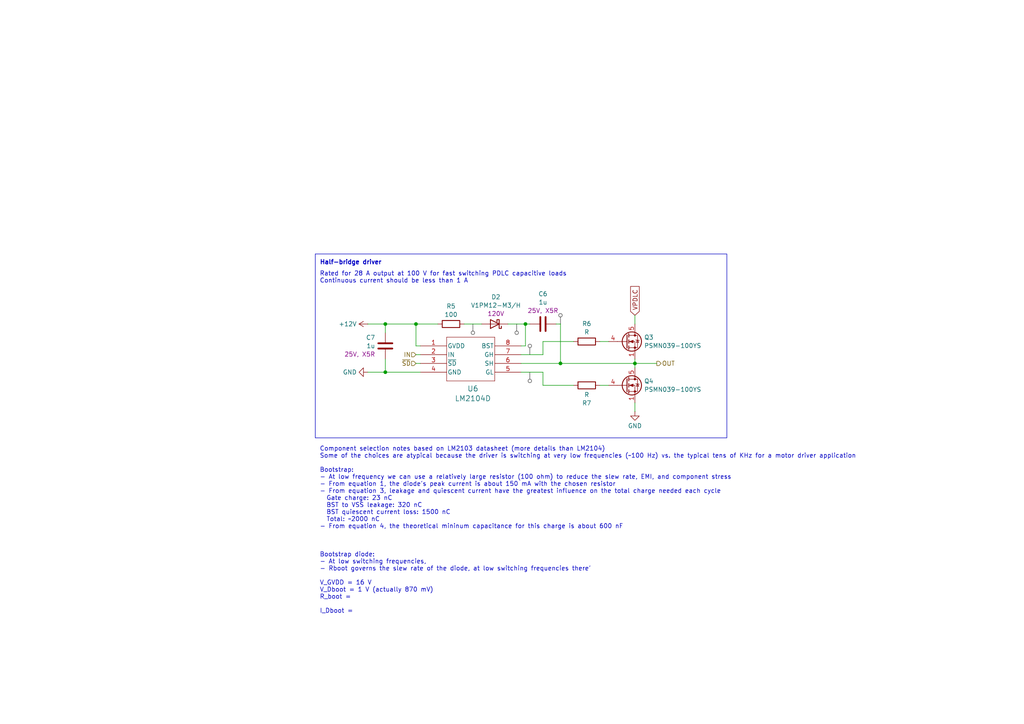
<source format=kicad_sch>
(kicad_sch (version 20231120) (generator "eeschema") (generator_version "8.0")
  (paper "A4")
  (lib_symbols
    (symbol "Device:C" (pin_numbers hide) (pin_names (offset 0.254))
      (property "Reference" "C" (at 0.635 2.54 0))
      (property "Value" "C" (at 0.635 -2.54 0))
      (symbol "C_0_1"
        (polyline (pts (xy -2.032 -0.762) (xy 2.032 -0.762)) (stroke (width 0.508)))
        (polyline (pts (xy -2.032 0.762) (xy 2.032 0.762)) (stroke (width 0.508)))
      )
      (symbol "C_1_1"
        (pin passive line (at 0 3.81 270) (length 2.794) (name "~") (number "1"))
        (pin passive line (at 0 -3.81 90) (length 2.794) (name "~") (number "2"))
      )
    )
    (symbol "Device:D_Schottky" (pin_numbers hide) (pin_names (offset 1.016) hide)
      (property "Reference" "D" (at 0 2.54 0))
      (property "Value" "D_Schottky" (at 0 -2.54 0))
      (symbol "D_Schottky_0_1"
        (polyline (pts (xy 1.27 0) (xy -1.27 0)))
        (polyline (pts (xy 1.27 1.27) (xy 1.27 -1.27) (xy -1.27 0) (xy 1.27 1.27)) (stroke (width 0.254)))
        (polyline (pts (xy -1.905 0.635) (xy -1.905 1.27) (xy -1.27 1.27) (xy -1.27 -1.27) (xy -0.635 -1.27) (xy -0.635 -0.635)) (stroke (width 0.254)))
      )
      (symbol "D_Schottky_1_1"
        (pin passive line (at -3.81 0 0) (length 2.54) (name "K") (number "1"))
        (pin passive line (at 3.81 0 180) (length 2.54) (name "A") (number "2"))
      )
    )
    (symbol "Device:R" (pin_numbers hide) (pin_names (offset 0))
      (property "Reference" "R" (at 2.032 0 90))
      (property "Value" "R" (at 0 0 90))
      (symbol "R_0_1"
        (rectangle (start -1.016 -2.54) (end 1.016 2.54) (stroke (width 0.254)))
      )
      (symbol "R_1_1"
        (pin passive line (at 0 3.81 270) (length 1.27) (name "~") (number "1"))
        (pin passive line (at 0 -3.81 90) (length 1.27) (name "~") (number "2"))
      )
    )
    (symbol "LM2104D:LM2104D" (pin_names (offset 0.254))
      (property "Reference" "U" (at 14.732 6.858 0))
      (property "Value" "LM2104D" (at 14.732 4.318 0))
      (symbol "LM2104D_0_1"
        (polyline (pts (xy 7.62 -10.16) (xy 21.59 -10.16)) (stroke (width 0.127)))
        (polyline (pts (xy 7.62 2.54) (xy 7.62 -10.16)) (stroke (width 0.127)))
        (polyline (pts (xy 21.59 -10.16) (xy 21.59 2.54)) (stroke (width 0.127)))
        (polyline (pts (xy 21.59 2.54) (xy 7.62 2.54)) (stroke (width 0.127)))
        (pin power_in line (at 0 0 0) (length 7.62) (name "GVDD") (number "1"))
        (pin power_out line (at 0 -7.62 0) (length 7.62) (name "GND") (number "4"))
        (pin output line (at 29.21 -7.62 180) (length 7.62) (name "GL") (number "5"))
        (pin power_in line (at 29.21 -5.08 180) (length 7.62) (name "SH") (number "6"))
        (pin output line (at 29.21 -2.54 180) (length 7.62) (name "GH") (number "7"))
        (pin power_in line (at 29.21 0 180) (length 7.62) (name "BST") (number "8"))
      )
      (symbol "LM2104D_1_1"
        (pin input line (at 0 -2.54 0) (length 7.62) (name "IN") (number "2"))
        (pin input line (at 0 -5.08 0) (length 7.62) (name "~{SD}") (number "3"))
      )
    )
    (symbol "Transistor_FET:PSMN5R2-60YL" (pin_names hide)
      (property "Reference" "Q" (at 5.715 1.905 0))
      (property "Value" "PSMN5R2-60YL" (at 12.7 0 0))
      (symbol "PSMN5R2-60YL_0_1"
        (polyline (pts (xy 0.254 0) (xy -2.54 0)))
        (polyline (pts (xy 0.254 1.905) (xy 0.254 -1.905)) (stroke (width 0.254)))
        (polyline (pts (xy 0.762 -1.27) (xy 0.762 -2.286)) (stroke (width 0.254)))
        (polyline (pts (xy 0.762 0.508) (xy 0.762 -0.508)) (stroke (width 0.254)))
        (polyline (pts (xy 0.762 2.286) (xy 0.762 1.27)) (stroke (width 0.254)))
        (polyline (pts (xy 2.54 2.54) (xy 2.54 1.778)))
        (polyline (pts (xy 2.54 -2.54) (xy 2.54 0) (xy 0.762 0)))
        (polyline (pts (xy 0.762 -1.778) (xy 3.302 -1.778) (xy 3.302 1.778) (xy 0.762 1.778)))
        (polyline (pts (xy 1.016 0) (xy 2.032 0.381) (xy 2.032 -0.381) (xy 1.016 0)) (fill (type outline)))
        (polyline (pts (xy 2.794 0.508) (xy 2.921 0.381) (xy 3.683 0.381) (xy 3.81 0.254)))
        (polyline (pts (xy 3.302 0.381) (xy 2.921 -0.254) (xy 3.683 -0.254) (xy 3.302 0.381)))
        (circle (center 1.651 0) (radius 2.794) (stroke (width 0.254)))
        (circle (center 2.54 -1.778) (radius 0.254) (fill (type outline)))
        (circle (center 2.54 1.778) (radius 0.254) (fill (type outline)))
      )
      (symbol "PSMN5R2-60YL_1_1"
        (pin passive line (at 2.54 -5.08 90) (length 2.54) (name "S") (number "1"))
        (pin passive line (at 2.54 -5.08 90) (length 2.54) hide (name "S") (number "2"))
        (pin passive line (at 2.54 -5.08 90) (length 2.54) hide (name "S") (number "3"))
        (pin passive line (at -5.08 0 0) (length 2.54) (name "G") (number "4"))
        (pin passive line (at 2.54 5.08 270) (length 2.54) (name "D") (number "5"))
      )
    )
    (symbol "power:+12V" (power) (pin_numbers hide) (pin_names (offset 0) hide)
      (property "Value" "+12V" (at 0 3.556 0))
      (symbol "+12V_0_1"
        (polyline (pts (xy -0.762 1.27) (xy 0 2.54)))
        (polyline (pts (xy 0 0) (xy 0 2.54)))
        (polyline (pts (xy 0 2.54) (xy 0.762 1.27)))
      )
      (symbol "+12V_1_1"
        (pin power_in line (at 0 0 90) (length 0) (name "~") (number "1"))
      )
    )
    (symbol "power:GND" (power) (pin_numbers hide) (pin_names (offset 0) hide)
      (property "Value" "GND" (at 0 -3.81 0))
      (symbol "GND_0_1"
        (polyline (pts (xy 0 0) (xy 0 -1.27) (xy 1.27 -1.27) (xy 0 -2.54) (xy -1.27 -1.27) (xy 0 -1.27)))
      )
      (symbol "GND_1_1"
        (pin power_in line (at 0 0 270) (length 0) (name "~") (number "1"))
      )
    )
  )
  (junction (at 162.56 105.41))
  (junction (at 111.76 107.95))
  (junction (at 184.15 105.41))
  (junction (at 152.4 93.98))
  (junction (at 120.65 93.98))
  (junction (at 111.76 93.98))
  (wire (pts (xy 111.76 93.98) (xy 111.76 96.52)))
  (wire (pts (xy 147.32 93.98) (xy 152.4 93.98)))
  (wire (pts (xy 151.13 102.87) (xy 157.48 102.87)))
  (wire (pts (xy 184.15 91.44) (xy 184.15 93.98)))
  (wire (pts (xy 162.56 105.41) (xy 184.15 105.41)))
  (wire (pts (xy 162.56 93.98) (xy 162.56 105.41)))
  (wire (pts (xy 120.65 93.98) (xy 120.65 100.33)))
  (wire (pts (xy 162.56 105.41) (xy 151.13 105.41)))
  (wire (pts (xy 152.4 100.33) (xy 151.13 100.33)))
  (wire (pts (xy 152.4 93.98) (xy 153.67 93.98)))
  (wire (pts (xy 184.15 105.41) (xy 184.15 106.68)))
  (wire (pts (xy 106.68 93.98) (xy 111.76 93.98)))
  (wire (pts (xy 161.29 93.98) (xy 162.56 93.98)))
  (wire (pts (xy 152.4 93.98) (xy 152.4 100.33)))
  (wire (pts (xy 120.65 105.41) (xy 121.92 105.41)))
  (wire (pts (xy 173.99 99.06) (xy 176.53 99.06)))
  (wire (pts (xy 111.76 107.95) (xy 121.92 107.95)))
  (wire (pts (xy 184.15 116.84) (xy 184.15 119.38)))
  (wire (pts (xy 157.48 99.06) (xy 166.37 99.06)))
  (wire (pts (xy 120.65 102.87) (xy 121.92 102.87)))
  (wire (pts (xy 127 93.98) (xy 120.65 93.98)))
  (wire (pts (xy 120.65 100.33) (xy 121.92 100.33)))
  (wire (pts (xy 157.48 102.87) (xy 157.48 99.06)))
  (wire (pts (xy 184.15 104.14) (xy 184.15 105.41)))
  (wire (pts (xy 173.99 111.76) (xy 176.53 111.76)))
  (wire (pts (xy 151.13 107.95) (xy 157.48 107.95)))
  (wire (pts (xy 106.68 107.95) (xy 111.76 107.95)))
  (wire (pts (xy 184.15 105.41) (xy 190.5 105.41)))
  (wire (pts (xy 111.76 104.14) (xy 111.76 107.95)))
  (wire (pts (xy 157.48 107.95) (xy 157.48 111.76)))
  (wire (pts (xy 111.76 93.98) (xy 120.65 93.98)))
  (wire (pts (xy 157.48 111.76) (xy 166.37 111.76)))
  (wire (pts (xy 134.62 93.98) (xy 139.7 93.98)))
  (rectangle (start 91.44 73.66) (end 210.82 127))
  (text "Rated for 28 A output at 100 V for fast switching PDLC capacitive loads\nContinuous current should be less than 1 A" (at 92.71 78.74 0) (effects (font (size 1.27 1.27) (thickness 0.1588)) (justify left top)))
  (text "Half-bridge driver" (at 92.71 76.2 0) (effects (font (size 1.27 1.27) (thickness 0.254) (bold yes)) (justify left)))
  (text "Component selection notes based on LM2103 datasheet (more details than LM2104)\nSome of the choices are atypical because the driver is switching at very low frequencies (~100 Hz) vs. the typical tens of KHz for a motor driver application\n\nBootstrap:\n- At low frequency we can use a relatively large resistor (100 ohm) to reduce the slew rate, EMI, and component stress\n- From equation 1, the diode's peak current is about 150 mA with the chosen resistor\n- From equation 3, leakage and quiescent current have the greatest influence on the total charge needed each cycle\n  Gate charge: 23 nC\n  BST to VSS leakage: 320 nC\n  BST quiescent current loss: 1500 nC\n  Total: ~2000 nC\n- From equation 4, the theoretical mininum capacitance for this charge is about 600 nF\n\n\n\nBootstrap diode:\n- At low switching frequencies, \n- Rboot governs the slew rate of the diode, at low switching frequencies there'\n\nV_GVDD = 16 V\nV_Dboot = 1 V (actually 870 mV)\nR_boot = \n\nI_Dboot = " (at 92.71 129.54 0) (effects (font (size 1.27 1.27)) (justify left top)))
  (global_label "VPDLC" (shape input) (at 184.15 91.44 90) (property "Intersheetrefs" "${INTERSHEET_REFS}" (effects (hide yes))))
  (hierarchical_label "IN" (shape input) (at 120.65 102.87 180))
  (hierarchical_label "OUT" (shape output) (at 190.5 105.41 0))
  (hierarchical_label "~{SD}" (shape input) (at 120.65 105.41 180))
  (netclass_flag "" (length 2.54) (shape round) (at 149.86 93.98 180) (property "Netclass" "High Voltage" (effects (hide yes))))
  (netclass_flag "" (length 2.54) (shape round) (at 153.67 107.95 180) (property "Netclass" "High Voltage" (effects (hide yes))))
  (netclass_flag "" (length 2.54) (shape round) (at 153.67 102.87 0) (property "Netclass" "High Voltage" (effects (hide yes))))
  (netclass_flag "" (length 2.54) (shape round) (at 137.16 93.98 180) (property "Netclass" "Power" (effects (hide yes))))
  (netclass_flag "" (length 2.54) (shape round) (at 162.56 93.98 0) (property "Netclass" "High Voltage" (effects (hide yes))))
  (symbol (lib_id "Device:R") (at 170.18 99.06 90) (unit 1)
    (property "Reference" "R6" (at 170.18 93.8995 90))
    (property "Value" "R" (at 170.18 96.3238 90))
    (property "Description" "Resistor" (effects (hide yes)))
    (instances (project "pdlc" (path "" (reference "R6") (unit 1)) (path "" (reference "R3") (unit 1))))
  )
  (symbol (lib_id "Device:C") (at 111.76 100.33 0) (mirror x) (unit 1)
    (property "Reference" "C7" (at 108.839 97.9057 0) (effects (justify right)))
    (property "Value" "1u" (at 108.839 100.33 0) (effects (justify right)))
    (property "Footprint" "Capacitor_SMD:C_0603_1608Metric" (effects (hide yes)))
    (property "Description" "Unpolarized capacitor" (effects (hide yes)))
    (property "Rating" "25V, X5R" (at 108.839 102.7543 0) (effects (justify right)))
    (instances (project "pdlc" (path "" (reference "C7") (unit 1)) (path "" (reference "C5") (unit 1))))
  )
  (symbol (lib_id "LM2104D:LM2104D") (at 121.92 100.33 0) (unit 1)
    (property "Reference" "U6" (at 137.16 112.7371 0) (effects (font (size 1.524 1.524))))
    (property "Value" "LM2104D" (at 137.16 115.57 0) (effects (font (size 1.524 1.524))))
    (property "Footprint" "Package_SO:SOIC-8_3.9x4.9mm_P1.27mm" (effects (hide yes)))
    (property "Datasheet" "https://www.ti.com/lit/ds/symlink/lm2104.pdf" (effects (hide yes)))
    (property "Description" "LM2104 107-V, 0.5-A, 0.8-A Half-Bridge Driver with 8-V UVLO, Dead Time, and Shutdown Pin" (effects (hide yes)))
    (instances (project "pdlc" (path "" (reference "U6") (unit 1)) (path "" (reference "U5") (unit 1))))
  )
  (symbol (lib_id "Transistor_FET:PSMN5R2-60YL") (at 181.61 111.76 0) (unit 1)
    (property "Reference" "Q4" (at 186.817 110.5478 0) (effects (justify left)))
    (property "Value" "PSMN039-100YS" (at 186.817 112.9721 0) (effects (justify left)))
    (property "Footprint" "Package_TO_SOT_SMD:LFPAK56" (effects (hide yes)))
    (property "Datasheet" "https://assets.nexperia.com/documents/data-sheet/PSMN039-100YS.pdf" (effects (hide yes)))
    (property "Description" "N-channel LFPAK 100 V 39.5 mΩ standard level MOSFET" (effects (hide yes)))
    (instances (project "pdlc" (path "" (reference "Q4") (unit 1)) (path "" (reference "Q2") (unit 1))))
  )
  (symbol (lib_id "power:GND") (at 184.15 119.38 0) (unit 1)
    (property "Reference" "#PWR014" (effects (hide yes)))
    (property "Value" "GND" (at 184.15 123.5131 0))
    (property "Description" "Power symbol creates a global label with name \"GND\" , ground" (effects (hide yes)))
    (instances (project "pdlc" (path "" (reference "#PWR014") (unit 1)) (path "" (reference "#PWR011") (unit 1))))
  )
  (symbol (lib_id "power:+12V") (at 106.68 93.98 90) (unit 1)
    (property "Reference" "#PWR012" (effects (hide yes)))
    (property "Value" "+12V" (at 103.505 93.98 90) (effects (justify left)))
    (property "Description" "Power symbol creates a global label with name \"+12V\"" (effects (hide yes)))
    (instances (project "pdlc" (path "" (reference "#PWR012") (unit 1)) (path "" (reference "#PWR09") (unit 1))))
  )
  (symbol (lib_id "Device:D_Schottky") (at 143.51 93.98 180) (unit 1)
    (property "Reference" "D2" (at 143.8275 86.1413 0))
    (property "Value" "V1PM12-M3/H" (at 143.8275 88.5656 0))
    (property "Description" "Schottky diode" (effects (hide yes)))
    (property "Rating" "120V" (at 143.8275 90.9899 0))
    (instances (project "pdlc" (path "" (reference "D2") (unit 1)) (path "" (reference "D1") (unit 1))))
  )
  (symbol (lib_id "Device:R") (at 130.81 93.98 90) (unit 1)
    (property "Reference" "R5" (at 130.81 88.8195 90))
    (property "Value" "100" (at 130.81 91.2438 90))
    (property "Description" "Resistor" (effects (hide yes)))
    (instances (project "pdlc" (path "" (reference "R5") (unit 1)) (path "" (reference "R2") (unit 1))))
  )
  (symbol (lib_id "Device:R") (at 170.18 111.76 90) (mirror x) (unit 1)
    (property "Reference" "R7" (at 170.18 116.9205 90))
    (property "Value" "R" (at 170.18 114.4962 90))
    (property "Description" "Resistor" (effects (hide yes)))
    (instances (project "pdlc" (path "" (reference "R7") (unit 1)) (path "" (reference "R4") (unit 1))))
  )
  (symbol (lib_id "Device:C") (at 157.48 93.98 90) (unit 1)
    (property "Reference" "C6" (at 157.48 85.2523 90))
    (property "Value" "1u" (at 157.48 87.6766 90))
    (property "Description" "Unpolarized capacitor" (effects (hide yes)))
    (property "Rating" "25V, X5R" (at 157.48 90.1009 90))
    (instances (project "pdlc" (path "" (reference "C6") (unit 1)) (path "" (reference "C4") (unit 1))))
  )
  (symbol (lib_id "Transistor_FET:PSMN5R2-60YL") (at 181.61 99.06 0) (unit 1)
    (property "Reference" "Q3" (at 186.817 97.8478 0) (effects (justify left)))
    (property "Value" "PSMN039-100YS" (at 186.817 100.2721 0) (effects (justify left)))
    (property "Footprint" "Package_TO_SOT_SMD:LFPAK56" (effects (hide yes)))
    (property "Datasheet" "https://assets.nexperia.com/documents/data-sheet/PSMN039-100YS.pdf" (effects (hide yes)))
    (property "Description" "N-channel LFPAK 100 V 39.5 mΩ standard level MOSFET" (effects (hide yes)))
    (instances (project "pdlc" (path "" (reference "Q3") (unit 1)) (path "" (reference "Q1") (unit 1))))
  )
  (symbol (lib_id "power:GND") (at 106.68 107.95 270) (unit 1)
    (property "Reference" "#PWR013" (effects (hide yes)))
    (property "Value" "GND" (at 103.5051 107.95 90) (effects (justify right)))
    (property "Description" "Power symbol creates a global label with name \"GND\" , ground" (effects (hide yes)))
    (instances (project "pdlc" (path "" (reference "#PWR013") (unit 1)) (path "" (reference "#PWR010") (unit 1))))
  )
)
</source>
